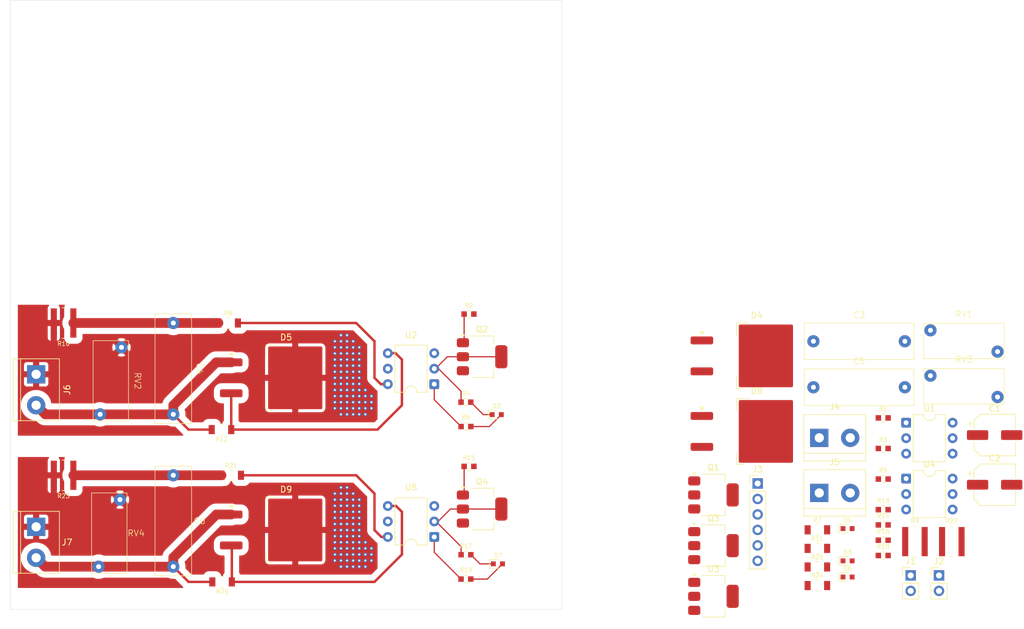
<source format=kicad_pcb>
(kicad_pcb (version 20241229) (generator "pcbnew") (generator_version "9.0")
  (layers (0 "F.Cu" signal) (2 "B.Cu" signal) (13 "F.Paste" user) (15 "B.Paste" user) (5 "F.SilkS" user "F.Silkscreen") (7 "B.SilkS" user "B.Silkscreen") (1 "F.Mask" user) (3 "B.Mask" user) (25 "Edge.Cuts" user))
  (net 0 "")
  (net 1 "GND")
  (net 2 "Net-(J1-Pin_1)")
  (net 3 "/CH1_SW2")
  (net 4 "Net-(C3-Pad1)")
  (net 5 "/CH3_SW2")
  (net 6 "+3.3V")
  (net 7 "/CH2_SW2")
  (net 8 "Net-(C5-Pad1)")
  (net 9 "Net-(C6-Pad1)")
  (net 10 "/CH4_SW2")
  (net 11 "Net-(D1-K)")
  (net 12 "Net-(D2-K)")
  (net 13 "/CH1_SW1")
  (net 14 "Net-(D4-G)")
  (net 15 "/CH3_SW1")
  (net 16 "Net-(D6-K)")
  (net 17 "Net-(D7-K)")
  (net 18 "/CH2_SW1")
  (net 19 "Net-(D8-G)")
  (net 20 "Net-(D9-G)")
  (net 21 "/CH4_SW1")
  (net 22 "/CH4_DS")
  (net 23 "/CH3_DS")
  (net 24 "/CH1_DS")
  (net 25 "/CH2_DS")
  (net 26 "Net-(Q1-C-Pad2)")
  (net 27 "Net-(Q1-B)")
  (net 28 "Net-(Q2-C-Pad2)")
  (net 29 "Net-(Q2-B)")
  (net 30 "Net-(Q3-C-Pad2)")
  (net 31 "Net-(Q3-B)")
  (net 32 "Net-(Q4-C-Pad2)")
  (net 33 "Net-(Q4-B)")
  (net 34 "Net-(R5-Pad2)")
  (net 35 "Net-(R6-Pad2)")
  (net 36 "Net-(R7-Pad2)")
  (net 37 "Net-(R8-Pad2)")
  (net 38 "Net-(R18-Pad2)")
  (net 39 "Net-(R19-Pad2)")
  (net 40 "Net-(R20-Pad2)")
  (net 41 "Net-(R21-Pad2)")
  (net 50 "Net-(C4-Pad1)")
  (net 51 "Net-(D3-K)")
  (net 52 "Net-(D5-G)")
  (footprint "Custom_footprints:TDK B32682A4223" (layer "F.Cu") (at 248.5 113.55)
    (property "Reference" "C5" (at 0 -4.3 0) (layer "F.SilkS") (effects (font (thickness 0.1))))
    (property "Value" "22n")
    (pad "1" thru_hole circle (at -7.5 0) (size 2 2) (drill 0.81) (layers "*.Cu" "*.Mask") (net 8 "Net-(C5-Pad1)"))
    (pad "2" thru_hole circle (at 7.5 0) (size 2 2) (drill 0.81) (layers "*.Cu" "*.Mask") (net 7 "/CH2_SW2"))
  )
  (footprint "Custom_footprints:Yageo RC_L 1218" (layer "F.Cu") (at 263.7 138.89)
    (property "Reference" "R22" (at 0 -3.4 0) (layer "F.SilkS") (effects (font (size 0.7 0.7) (thickness 0.1))))
    (property "Value" "50")
    (pad "1" smd rect (at -1.6 0) (size 1 4.8) (layers "F.Cu" "F.Mask" "F.Paste") (net 8 "Net-(C5-Pad1)"))
    (pad "2" smd rect (at 1.6 0) (size 1 4.8) (layers "F.Cu" "F.Mask" "F.Paste") (net 18 "/CH2_SW1"))
  )
  (footprint "Custom_footprints:Yageo RC_L 0603" (layer "F.Cu") (at 184.505 126.54)
    (property "Reference" "R15" (at 0 -1.43 0) (layer "F.SilkS") (effects (font (size 0.7 0.7) (thickness 0.1))))
    (property "Value" "270")
    (pad "1" smd rect (at -0.8 0) (size 0.9 0.9) (layers "F.Cu" "F.Mask" "F.Paste") (net 33 "Net-(Q4-B)"))
    (pad "2" smd rect (at 0.8 0) (size 0.9 0.9) (layers "F.Cu" "F.Mask" "F.Paste") (net 22 "/CH4_DS"))
  )
  (footprint "Custom_footprints:TDK B32682A4223" (layer "F.Cu") (at 136 135.5 -90)
    (property "Reference" "C6" (at 0 -4.3 0) (layer "F.SilkS") (effects (font (thickness 0.1))))
    (property "Value" "22n")
    (pad "1" thru_hole circle (at -7.5 0 270) (size 2 2) (drill 0.81) (layers "*.Cu" "*.Mask") (net 9 "Net-(C6-Pad1)"))
    (pad "2" thru_hole circle (at 7.5 0 270) (size 2 2) (drill 0.81) (layers "*.Cu" "*.Mask") (net 10 "/CH4_SW2"))
  )
  (footprint "Package_TO_SOT_SMD:SOT-223-3_TabPin2" (layer "F.Cu") (at 224.6 147.875)
    (property "Reference" "U3" (at 0 -4.5 0) (layer "F.SilkS"))
    (property "Value" "NCP1117-3.3_SOT223")
    (pad "1" smd roundrect (at -3.15 -2.3) (size 2 1.5) (layers "F.Cu" "F.Mask" "F.Paste") (net 1 "GND"))
    (pad "2" smd roundrect (at -3.15 0) (size 2 1.5) (layers "F.Cu" "F.Mask" "F.Paste") (net 6 "+3.3V"))
    (pad "2" smd roundrect (at 3.15 0) (size 2 3.8) (layers "F.Cu" "F.Mask" "F.Paste") (net 6 "+3.3V"))
    (pad "3" smd roundrect (at -3.15 2.3) (size 2 1.5) (layers "F.Cu" "F.Mask" "F.Paste") (net 2 "Net-(J1-Pin_1)"))
  )
  (footprint "Custom_footprints:Yageo RC_L 0603" (layer "F.Cu") (at 252.45 138.66)
    (property "Reference" "R16" (at 0 -1.43 0) (layer "F.SilkS") (effects (font (size 0.7 0.7) (thickness 0.1))))
    (property "Value" "180")
    (pad "1" smd rect (at -0.8 0) (size 0.9 0.9) (layers "F.Cu" "F.Mask" "F.Paste") (net 30 "Net-(Q3-C-Pad2)"))
    (pad "2" smd rect (at 0.8 0) (size 0.9 0.9) (layers "F.Cu" "F.Mask" "F.Paste") (net 16 "Net-(D6-K)"))
  )
  (footprint "Connector_PinHeader_2.54mm:PinHeader_1x02_P2.54mm_Vertical" (layer "F.Cu") (at 261.6 144.44)
    (property "Reference" "J2" (at 0 -2.33 0) (layer "F.SilkS"))
    (property "Value" "3.3V")
    (pad "1" thru_hole rect (at 0 0) (size 1.7 1.7) (drill 1) (layers "*.Cu" "*.Mask") (net 1 "GND"))
    (pad "2" thru_hole oval (at 0 2.54) (size 1.7 1.7) (drill 1) (layers "*.Cu" "*.Mask") (net 6 "+3.3V"))
  )
  (footprint "Custom_footprints:ST MIcroelectronics T16xx" (layer "F.Cu") (at 231.7 108.4)
    (property "Reference" "D4" (at 0 -6.65 0) (layer "F.SilkS"))
    (property "Value" "T1635-600G")
    (pad "1" smd roundrect (at -9 -2.54) (size 3.7 1.3) (layers "F.Cu" "F.Mask" "F.Paste") (roundrect_rratio 0.227273) (net 3 "/CH1_SW2"))
    (pad "2" smd roundrect (at 1.5 0) (size 8.9 10.3) (layers "F.Cu" "F.Mask") (roundrect_rratio 0.026596) (net 13 "/CH1_SW1"))
    (pad "3" smd roundrect (at -9 2.54) (size 3.7 1.3) (layers "F.Cu" "F.Mask" "F.Paste") (roundrect_rratio 0.227273) (net 14 "Net-(D4-G)"))
  )
  (footprint "Custom_footprints:Yageo RC_L 1206" (layer "F.Cu") (at 143.9 120.5 180)
    (property "Reference" "R12" (at 0 -1.6 0) (layer "F.SilkS") (effects (font (size 0.7 0.7) (thickness 0.1))))
    (property "Value" "390")
    (pad "1" smd rect (at -1.6 0 180) (size 1 1.5) (layers "F.Cu" "F.Mask" "F.Paste") (net 52 "Net-(D5-G)"))
    (pad "2" smd rect (at 1.6 0 180) (size 1 1.5) (layers "F.Cu" "F.Mask" "F.Paste") (net 5 "/CH3_SW2"))
  )
  (footprint "Package_TO_SOT_SMD:SOT-223" (layer "F.Cu") (at 186.655 108.54)
    (property "Reference" "Q2" (at 0 -4.5 0) (layer "F.SilkS"))
    (property "Value" "PZT3904")
    (pad "1" smd roundrect (at -3.15 -2.3) (size 2 1.5) (layers "F.Cu" "F.Mask" "F.Paste") (net 29 "Net-(Q2-B)"))
    (pad "2" smd roundrect (at -3.15 0) (size 2 1.5) (layers "F.Cu" "F.Mask" "F.Paste") (net 28 "Net-(Q2-C-Pad2)"))
    (pad "3" smd roundrect (at -3.15 2.3) (size 2 1.5) (layers "F.Cu" "F.Mask" "F.Paste") (net 1 "GND"))
    (pad "4" smd roundrect (at 3.15 0) (size 2 3.8) (layers "F.Cu" "F.Mask" "F.Paste") (net 28 "Net-(Q2-C-Pad2)"))
  )
  (footprint "Custom_footprints:ST MIcroelectronics T16xx" (layer "F.Cu") (at 154.5 112)
    (property "Reference" "D5" (at 0 -6.65 0) (layer "F.SilkS"))
    (property "Value" "T1635-600G")
    (pad "1" smd roundrect (at -9 -2.54) (size 3.7 1.3) (layers "F.Cu" "F.Mask" "F.Paste") (roundrect_rratio 0.227273) (net 5 "/CH3_SW2"))
    (pad "2" smd roundrect (at 1.5 0) (size 8.9 10.3) (layers "F.Cu" "F.Mask") (roundrect_rratio 0.026596) (net 15 "/CH3_SW1"))
    (pad "3" smd roundrect (at -9 2.54) (size 3.7 1.3) (layers "F.Cu" "F.Mask" "F.Paste") (roundrect_rratio 0.227273) (net 52 "Net-(D5-G)"))
  )
  (footprint "Custom_footprints:Lite On LTST-C190" (layer "F.Cu") (at 246.6 136.75)
    (property "Reference" "D1" (at 0 -1.4 0) (layer "F.SilkS") (effects (font (size 0.7 0.7) (thickness 0.1))))
    (property "Value" "LED")
    (pad "1" smd rect (at -0.75 0) (size 0.8 0.8) (layers "F.Cu" "F.Mask" "F.Paste") (net 11 "Net-(D1-K)"))
    (pad "2" smd rect (at 0.75 0) (size 0.8 0.8) (layers "F.Cu" "F.Mask" "F.Paste") (net 6 "+3.3V"))
  )
  (footprint "Custom_footprints:Little Fuse V20H175" (layer "F.Cu") (at 265.7 105.95)
    (property "Reference" "RV1" (at 0 -4.4 0) (layer "F.SilkS") (effects (font (thickness 0.1))))
    (property "Value" "V20H175AUTO")
    (pad "1" thru_hole circle (at -5.5 -1.75) (size 2 2) (drill 0.81) (layers "*.Cu" "*.Mask") (net 13 "/CH1_SW1"))
    (pad "2" thru_hole circle (at 5.5 1.75) (size 2 2) (drill 0.81) (layers "*.Cu" "*.Mask") (net 3 "/CH1_SW2"))
  )
  (footprint "Custom_footprints:Lite On LTST-C190" (layer "F.Cu") (at 246.6 142.05)
    (property "Reference" "D3" (at 0 -1.4 0) (layer "F.SilkS") (effects (font (size 0.7 0.7) (thickness 0.1))))
    (property "Value" "LED")
    (pad "1" smd rect (at -0.75 0) (size 0.8 0.8) (layers "F.Cu" "F.Mask" "F.Paste") (net 51 "Net-(D3-K)"))
    (pad "2" smd rect (at 0.75 0) (size 0.8 0.8) (layers "F.Cu" "F.Mask" "F.Paste") (net 6 "+3.3V"))
  )
  (footprint "Package_DIP:DIP-6_W7.62mm" (layer "F.Cu") (at 256.21 119.37)
    (property "Reference" "U1" (at 3.81 -2.33 0) (layer "F.SilkS"))
    (property "Value" "MOC3062M")
    (pad "1" thru_hole roundrect (at 0 0) (size 1.6 1.6) (drill 0.8) (layers "*.Cu" "*.Mask") (roundrect_rratio 0.15625) (net 34 "Net-(R5-Pad2)"))
    (pad "2" thru_hole circle (at 0 2.54) (size 1.6 1.6) (drill 0.8) (layers "*.Cu" "*.Mask") (net 26 "Net-(Q1-C-Pad2)"))
    (pad "3" thru_hole circle (at 0 5.08) (size 1.6 1.6) (drill 0.8) (layers "*.Cu" "*.Mask"))
    (pad "4" thru_hole circle (at 7.62 5.08) (size 1.6 1.6) (drill 0.8) (layers "*.Cu" "*.Mask") (net 14 "Net-(D4-G)"))
    (pad "5" thru_hole circle (at 7.62 2.54) (size 1.6 1.6) (drill 0.8) (layers "*.Cu" "*.Mask"))
    (pad "6" thru_hole circle (at 7.62 0) (size 1.6 1.6) (drill 0.8) (layers "*.Cu" "*.Mask") (net 36 "Net-(R7-Pad2)"))
  )
  (footprint "Custom_footprints:TDK B32682A4223" (layer "F.Cu") (at 136 110.5 -90)
    (property "Reference" "C4" (at 0 -4.3 270) (layer "F.SilkS") (effects (font (thickness 0.1))))
    (property "Value" "22n")
    (pad "1" thru_hole circle (at -7.5 0 270) (size 2 2) (drill 0.81) (layers "*.Cu" "*.Mask") (net 50 "Net-(C4-Pad1)"))
    (pad "2" thru_hole circle (at 7.5 0 270) (size 2 2) (drill 0.81) (layers "*.Cu" "*.Mask") (net 5 "/CH3_SW2"))
  )
  (footprint "Custom_footprints:Yageo RC_L 1218" (layer "F.Cu") (at 118 128 180)
    (property "Reference" "R23" (at 0 -3.4 0) (layer "F.SilkS") (effects (font (size 0.7 0.7) (thickness 0.1))))
    (property "Value" "50")
    (pad "1" smd rect (at -1.6 0 180) (size 1 4.8) (layers "F.Cu" "F.Mask" "F.Paste") (net 9 "Net-(C6-Pad1)"))
    (pad "2" smd rect (at 1.6 0 180) (size 1 4.8) (layers "F.Cu" "F.Mask" "F.Paste") (net 21 "/CH4_SW1"))
  )
  (footprint "Custom_footprints:Yageo RC_L 1218" (layer "F.Cu") (at 118 103 180)
    (property "Reference" "R10" (at 0 -3.4 0) (layer "F.SilkS") (effects (font (size 0.7 0.7) (thickness 0.1))))
    (property "Value" "50")
    (pad "1" smd rect (at -1.6 0 180) (size 1 4.8) (layers "F.Cu" "F.Mask" "F.Paste") (net 50 "Net-(C4-Pad1)"))
    (pad "2" smd rect (at 1.6 0 180) (size 1 4.8) (layers "F.Cu" "F.Mask" "F.Paste") (net 15 "/CH3_SW1"))
  )
  (footprint "Custom_footprints:Yageo RC_L 0603" (layer "F.Cu") (at 252.45 128.62)
    (property "Reference" "R5" (at 0 -1.43 0) (layer "F.SilkS") (effects (font (size 0.7 0.7) (thickness 0.1))))
    (property "Value" "180")
    (pad "1" smd rect (at -0.8 0) (size 0.9 0.9) (layers "F.Cu" "F.Mask" "F.Paste") (net 6 "+3.3V"))
    (pad "2" smd rect (at 0.8 0) (size 0.9 0.9) (layers "F.Cu" "F.Mask" "F.Paste") (net 34 "Net-(R5-Pad2)"))
  )
  (footprint "Custom_footprints:Yageo RC_L 0603" (layer "F.Cu") (at 252.45 133.64)
    (property "Reference" "R13" (at 0 -1.43 0) (layer "F.SilkS") (effects (font (size 0.7 0.7) (thickness 0.1))))
    (property "Value" "180")
    (pad "1" smd rect (at -0.8 0) (size 0.9 0.9) (layers "F.Cu" "F.Mask" "F.Paste") (net 1 "GND"))
    (pad "2" smd rect (at 0.8 0) (size 0.9 0.9) (layers "F.Cu" "F.Mask" "F.Paste") (net 51 "Net-(D3-K)"))
  )
  (footprint "Connector_PinHeader_2.54mm:PinHeader_1x02_P2.54mm_Vertical" (layer "F.Cu") (at 256.95 144.44)
    (property "Reference" "J1" (at 0 -2.33 0) (layer "F.SilkS"))
    (property "Value" "Vin")
    (pad "1" thru_hole rect (at 0 0) (size 1.7 1.7) (drill 1) (layers "*.Cu" "*.Mask") (net 2 "Net-(J1-Pin_1)"))
    (pad "2" thru_hole oval (at 0 2.54) (size 1.7 1.7) (drill 1) (layers "*.Cu" "*.Mask") (net 1 "GND"))
  )
  (footprint "Custom_footprints:Yageo RC_L 0603" (layer "F.Cu") (at 184 145.04 180)
    (property "Reference" "R19" (at 0 1.5 0) (layer "F.SilkS") (effects (font (size 0.7 0.7) (thickness 0.1))))
    (property "Value" "180")
    (pad "1" smd rect (at -0.8 0 180) (size 0.9 0.9) (layers "F.Cu" "F.Mask" "F.Paste") (net 6 "+3.3V"))
    (pad "2" smd rect (at 0.8 0 180) (size 0.9 0.9) (layers "F.Cu" "F.Mask" "F.Paste") (net 39 "Net-(R19-Pad2)"))
  )
  (footprint "Custom_footprints:Lite On LTST-C190" (layer "F.Cu") (at 189.25 142.54)
    (property "Reference" "D7" (at 0 -1.4 0) (layer "F.SilkS") (effects (font (size 0.7 0.7) (thickness 0.1))))
    (property "Value" "LED")
    (pad "1" smd rect (at -0.75 0) (size 0.8 0.8) (layers "F.Cu" "F.Mask" "F.Paste") (net 17 "Net-(D7-K)"))
    (pad "2" smd rect (at 0.75 0) (size 0.8 0.8) (layers "F.Cu" "F.Mask" "F.Paste") (net 6 "+3.3V"))
  )
  (footprint "Custom_footprints:Yageo RC_L 1218" (layer "F.Cu") (at 257.65 138.89)
    (property "Reference" "R9" (at 0 -3.4 0) (layer "F.SilkS") (effects (font (size 0.7 0.7) (thickness 0.1))))
    (property "Value" "50")
    (pad "1" smd rect (at -1.6 0) (size 1 4.8) (layers "F.Cu" "F.Mask" "F.Paste") (net 4 "Net-(C3-Pad1)"))
    (pad "2" smd rect (at 1.6 0) (size 1 4.8) (layers "F.Cu" "F.Mask" "F.Paste") (net 13 "/CH1_SW1"))
  )
  (footprint "Connector_PinHeader_2.54mm:PinHeader_1x06_P2.54mm_Vertical" (layer "F.Cu") (at 231.85 129.35)
    (property "Reference" "J3" (at 0 -2.33 0) (layer "F.SilkS"))
    (property "Value" "Conn_01x06_Pin")
    (pad "1" thru_hole rect (at 0 0) (size 1.7 1.7) (drill 1) (layers "*.Cu" "*.Mask") (net 1 "GND"))
    (pad "2" thru_hole oval (at 0 2.54) (size 1.7 1.7) (drill 1) (layers "*.Cu" "*.Mask") (net 22 "/CH4_DS"))
    (pad "3" thru_hole oval (at 0 5.08) (size 1.7 1.7) (drill 1) (layers "*.Cu" "*.Mask") (net 23 "/CH3_DS"))
    (pad "4" thru_hole oval (at 0 7.62) (size 1.7 1.7) (drill 1) (layers "*.Cu" "*.Mask") (net 25 "/CH2_DS"))
    (pad "5" thru_hole oval (at 0 10.16) (size 1.7 1.7) (drill 1) (layers "*.Cu" "*.Mask") (net 24 "/CH1_DS"))
    (pad "6" thru_hole oval (at 0 12.7) (size 1.7 1.7) (drill 1) (layers "*.Cu" "*.Mask") (net 1 "GND"))
  )
  (footprint "Custom_footprints:TDK B32682A4223" (layer "F.Cu") (at 248.5 106)
    (property "Reference" "C3" (at 0 -4.3 0) (layer "F.SilkS") (effects (font (thickness 0.1))))
    (property "Value" "22n")
    (pad "1" thru_hole circle (at -7.5 0) (size 2 2) (drill 0.81) (layers "*.Cu" "*.Mask") (net 4 "Net-(C3-Pad1)"))
    (pad "2" thru_hole circle (at 7.5 0) (size 2 2) (drill 0.81) (layers "*.Cu" "*.Mask") (net 3 "/CH1_SW2"))
  )
  (footprint "Custom_footprints:Yageo RC_L 0603" (layer "F.Cu") (at 184 116)
    (property "Reference" "R4" (at 0 -1.43 0) (layer "F.SilkS") (effects (font (size 0.7 0.7) (thickness 0.1))))
    (property "Value" "180")
    (pad "1" smd rect (at -0.8 0) (size 0.9 0.9) (layers "F.Cu" "F.Mask" "F.Paste") (net 28 "Net-(Q2-C-Pad2)"))
    (pad "2" smd rect (at 0.8 0) (size 0.9 0.9) (layers "F.Cu" "F.Mask" "F.Paste") (net 12 "Net-(D2-K)"))
  )
  (footprint "Custom_footprints:Yageo RC_L 0603" (layer "F.Cu") (at 252.45 141.17)
    (property "Reference" "R18" (at 0 -1.43 0) (layer "F.SilkS") (effects (font (size 0.7 0.7) (thickness 0.1))))
    (property "Value" "180")
    (pad "1" smd rect (at -0.8 0) (size 0.9 0.9) (layers "F.Cu" "F.Mask" "F.Paste") (net 6 "+3.3V"))
    (pad "2" smd rect (at 0.8 0) (size 0.9 0.9) (layers "F.Cu" "F.Mask" "F.Paste") (net 38 "Net-(R18-Pad2)"))
  )
  (footprint "Custom_footprints:Little Fuse V20H175" (layer "F.Cu") (at 265.7 113.4)
    (property "Reference" "RV3" (at 0 -4.4 0) (layer "F.SilkS") (effects (font (thickness 0.1))))
    (property "Value" "V20H175AUTO")
    (pad "1" thru_hole circle (at -5.5 -1.75) (size 2 2) (drill 0.81) (layers "*.Cu" "*.Mask") (net 18 "/CH2_SW1"))
    (pad "2" thru_hole circle (at 5.5 1.75) (size 2 2) (drill 0.81) (layers "*.Cu" "*.Mask") (net 7 "/CH2_SW2"))
  )
  (footprint "TerminalBlock:TerminalBlock_bornier-2_P5.08mm" (layer "F.Cu") (at 241.96 130.9)
    (property "Reference" "J5" (at 2.54 -5.08 0) (layer "F.SilkS"))
    (property "Value" "CH2_SW")
    (pad "1" thru_hole rect (at 0 0) (size 3 3) (drill 1.52) (layers "*.Cu" "*.Mask") (net 18 "/CH2_SW1"))
    (pad "2" thru_hole circle (at 5.08 0) (size 3 3) (drill 1.52) (layers "*.Cu" "*.Mask") (net 7 "/CH2_SW2"))
  )
  (footprint "Custom_footprints:Yageo RC_L 0603" (layer "F.Cu") (at 252.45 123.6)
    (property "Reference" "R3" (at 0 -1.43 0) (layer "F.SilkS") (effects (font (size 0.7 0.7) (thickness 0.1))))
    (property "Value" "180")
    (pad "1" smd rect (at -0.8 0) (size 0.9 0.9) (layers "F.Cu" "F.Mask" "F.Paste") (net 26 "Net-(Q1-C-Pad2)"))
    (pad "2" smd rect (at 0.8 0) (size 0.9 0.9) (layers "F.Cu" "F.Mask" "F.Paste") (net 11 "Net-(D1-K)"))
  )
  (footprint "Custom_footprints:Yageo RC_L 1206" (layer "F.Cu") (at 144 145.5 180)
    (property "Reference" "R25" (at 0 -1.6 0) (layer "F.SilkS") (effects (font (size 0.7 0.7) (thickness 0.1))))
    (property "Value" "390")
    (pad "1" smd rect (at -1.6 0 180) (size 1 1.5) (layers "F.Cu" "F.Mask" "F.Paste") (net 20 "Net-(D9-G)"))
    (pad "2" smd rect (at 1.6 0 180) (size 1 1.5) (layers "F.Cu" "F.Mask" "F.Paste") (net 10 "/CH4_SW2"))
  )
  (footprint "Custom_footprints:Yageo RC_L 0603" (layer "F.Cu") (at 252.45 136.15)
    (property "Reference" "R14" (at 0 -1.43 0) (layer "F.SilkS") (effects (font (size 0.7 0.7) (thickness 0.1))))
    (property "Value" "270")
    (pad "1" smd rect (at -0.8 0) (size 0.9 0.9) (layers "F.Cu" "F.Mask" "F.Paste") (net 31 "Net-(Q3-B)"))
    (pad "2" smd rect (at 0.8 0) (size 0.9 0.9) (layers "F.Cu" "F.Mask" "F.Paste") (net 25 "/CH2_DS"))
  )
  (footprint "Package_TO_SOT_SMD:SOT-223" (layer "F.Cu") (at 186.655 133.54)
    (property "Reference" "Q4" (at 0 -4.5 0) (layer "F.SilkS"))
    (property "Value" "PZT3904")
    (pad "1" smd roundrect (at -3.15 -2.3) (size 2 1.5) (layers "F.Cu" "F.Mask" "F.Paste") (net 33 "Net-(Q4-B)"))
    (pad "2" smd roundrect (at -3.15 0) (size 2 1.5) (layers "F.Cu" "F.Mask" "F.Paste") (net 32 "Net-(Q4-C-Pad2)"))
    (pad "3" smd roundrect (at -3.15 2.3) (size 2 1.5) (layers "F.Cu" "F.Mask" "F.Paste") (net 1 "GND"))
    (pad "4" smd roundrect (at 3.15 0) (size 2 3.8) (layers "F.Cu" "F.Mask" "F.Paste") (net 32 "Net-(Q4-C-Pad2)"))
  )
  (footprint "TerminalBlock:TerminalBlock_bornier-2_P5.08mm" (layer "F.Cu") (at 113.5 111.42 -90)
    (property "Reference" "J6" (at 2.54 -5.08 90) (layer "F.SilkS"))
    (property "Value" "CH3_SW")
    (pad "1" thru_hole rect (at 0 0 270) (size 3 3) (drill 1.52) (layers "*.Cu" "*.Mask") (net 15 "/CH3_SW1"))
    (pad "2" thru_hole circle (at 5.08 0 270) (size 3 3) (drill 1.52) (layers "*.Cu" "*.Mask") (net 5 "/CH3_SW2"))
  )
  (footprint "Custom_footprints:Yageo RC_L 1206" (layer "F.Cu") (at 241.65 136.95)
    (property "Reference" "R7" (at 0 -1.6 0) (layer "F.SilkS") (effects (font (size 0.7 0.7) (thickness 0.1))))
    (property "Value" "150")
    (pad "1" smd rect (at -1.6 0) (size 1 1.5) (layers "F.Cu" "F.Mask" "F.Paste") (net 4 "Net-(C3-Pad1)"))
    (pad "2" smd rect (at 1.6 0) (size 1 1.5) (layers "F.Cu" "F.Mask" "F.Paste") (net 36 "Net-(R7-Pad2)"))
  )
  (footprint "Capacitor_SMD:CP_Elec_6.3x4.9" (layer "F.Cu") (at 270.73 129.55)
    (property "Reference" "C2" (at 0 -4.35 0) (layer "F.SilkS"))
    (property "Value" "10u")
    (pad "1" smd roundrect (at -2.8 0) (size 3.5 1.6) (layers "F.Cu" "F.Mask" "F.Paste") (roundrect_rratio 0.15625) (net 6 "+3.3V"))
    (pad "2" smd roundrect (at 2.8 0) (size 3.5 1.6) (layers "F.Cu" "F.Mask" "F.Paste") (roundrect_rratio 0.15625) (net 1 "GND"))
  )
  (footprint "Package_DIP:DIP-6_W7.62mm" (layer "F.Cu") (at 178.805 138.12 180)
    (property "Reference" "U5" (at 3.805 8.12 0) (layer "F.SilkS"))
    (property "Value" "MOC3052M")
    (pad "1" thru_hole roundrect (at 0 0 180) (size 1.6 1.6) (drill 0.8) (layers "*.Cu" "*.Mask") (roundrect_rratio 0.15625) (net 39 "Net-(R19-Pad2)"))
    (pad "2" thru_hole circle (at 0 2.54 180) (size 1.6 1.6) (drill 0.8) (layers "*.Cu" "*.Mask") (net 32 "Net-(Q4-C-Pad2)"))
    (pad "3" thru_hole circle (at 0 5.08 180) (size 1.6 1.6) (drill 0.8) (layers "*.Cu" "*.Mask"))
    (pad "4" thru_hole circle (at 7.62 5.08 180) (size 1.6 1.6) (drill 0.8) (layers "*.Cu" "*.Mask") (net 20 "Net-(D9-G)"))
    (pad "5" thru_hole circle (at 7.62 2.54 180) (size 1.6 1.6) (drill 0.8) (layers "*.Cu" "*.Mask"))
    (pad "6" thru_hole circle (at 7.62 0 180) (size 1.6 1.6) (drill 0.8) (layers "*.Cu" "*.Mask") (net 41 "Net-(R21-Pad2)"))
  )
  (footprint "Custom_footprints:Yageo RC_L 0603" (layer "F.Cu") (at 252.45 118.58)
    (property "Reference" "R1" (at 0 -1.43 0) (layer "F.SilkS") (effects (font (size 0.7 0.7) (thickness 0.1))))
    (property "Value" "270")
    (pad "1" smd rect (at -0.8 0) (size 0.9 0.9) (layers "F.Cu" "F.Mask" "F.Paste") (net 27 "Net-(Q1-B)"))
    (pad "2" smd rect (at 0.8 0) (size 0.9 0.9) (layers "F.Cu" "F.Mask" "F.Paste") (net 24 "/CH1_DS"))
  )
  (footprint "TerminalBlock:TerminalBlock_bornier-2_P5.08mm" (layer "F.Cu") (at 113.5 136.46 -90)
    (property "Reference" "J7" (at 2.54 -5.08 180) (layer "F.SilkS"))
    (property "Value" "CH4_SW")
    (pad "1" thru_hole rect (at 0 0 270) (size 3 3) (drill 1.52) (layers "*.Cu" "*.Mask") (net 21 "/CH4_SW1"))
    (pad "2" thru_hole circle (at 5.08 0 270) (size 3 3) (drill 1.52) (layers "*.Cu" "*.Mask") (net 10 "/CH4_SW2"))
  )
  (footprint "Custom_footprints:Lite On LTST-C190" (layer "F.Cu") (at 246.6 144.7)
    (property "Reference" "D6" (at 0 -1.4 0) (layer "F.SilkS") (effects (font (size 0.7 0.7) (thickness 0.1))))
    (property "Value" "LED")
    (pad "1" smd rect (at -0.75 0) (size 0.8 0.8) (layers "F.Cu" "F.Mask" "F.Paste") (net 16 "Net-(D6-K)"))
    (pad "2" smd rect (at 0.75 0) (size 0.8 0.8) (layers "F.Cu" "F.Mask" "F.Paste") (net 6 "+3.3V"))
  )
  (footprint "Custom_footprints:Little Fuse V20H175" (layer "F.Cu") (at 125.5 137.5 -90)
    (property "Reference" "RV4" (at 0 -4.4 0) (layer "F.SilkS") (effects (font (thickness 0.1))))
    (property "Value" "V20H175AUTO")
    (pad "1" thru_hole circle (at -5.5 -1.75 270) (size 2 2) (drill 0.81) (layers "*.Cu" "*.Mask") (net 21 "/CH4_SW1"))
    (pad "2" thru_hole circle (at 5.5 1.75 270) (size 2 2) (drill 0.81) (layers "*.Cu" "*.Mask") (net 10 "/CH4_SW2"))
  )
  (footprint "Custom_footprints:ST MIcroelectronics T16xx" (layer "F.Cu") (at 231.7 120.8)
    (property "Reference" "D8" (at 0 -6.65 0) (layer "F.SilkS"))
    (property "Value" "T1635-600G")
    (pad "1" smd roundrect (at -9 -2.54) (size 3.7 1.3) (layers "F.Cu" "F.Mask" "F.Paste") (roundrect_rratio 0.227273) (net 7 "/CH2_SW2"))
    (pad "2" smd roundrect (at 1.5 0) (size 8.9 10.3) (layers "F.Cu" "F.Mask") (roundrect_rratio 0.026596) (net 18 "/CH2_SW1"))
    (pad "3" smd roundrect (at -9 2.54) (size 3.7 1.3) (layers "F.Cu" "F.Mask" "F.Paste") (roundrect_rratio 0.227273) (net 19 "Net-(D8-G)"))
  )
  (footprint "Custom_footprints:Yageo RC_L 1206" (layer "F.Cu") (at 241.65 140)
    (property "Reference" "R11" (at 0 -1.6 0) (layer "F.SilkS") (effects (font (size 0.7 0.7) (thickness 0.1))))
    (property "Value" "390")
    (pad "1" smd rect (at -1.6 0) (size 1 1.5) (layers "F.Cu" "F.Mask" "F.Paste") (net 14 "Net-(D4-G)"))
    (pad "2" smd rect (at 1.6 0) (size 1 1.5) (layers "F.Cu" "F.Mask" "F.Paste") (net 3 "/CH1_SW2"))
  )
  (footprint "Custom_footprints:Yageo RC_L 0603" (layer "F.Cu") (at 184.005 141.04)
    (property "Reference" "R17" (at 0 -1.43 0) (layer "F.SilkS") (effects (font (size 0.7 0.7) (thickness 0.1))))
    (property "Value" "180")
    (pad "1" smd rect (at -0.8 0) (size 0.9 0.9) (layers "F.Cu" "F.Mask" "F.Paste") (net 32 "Net-(Q4-C-Pad2)"))
    (pad "2" smd rect (at 0.8 0) (size 0.9 0.9) (layers "F.Cu" "F.Mask" "F.Paste") (net 17 "Net-(D7-K)"))
  )
  (footprint "Custom_footprints:ST MIcroelectronics T16xx" (layer "F.Cu") (at 154.5 136.975)
    (property "Reference" "D9" (at 0 -6.65 0) (layer "F.SilkS"))
    (property "Value" "T1635-600G")
    (pad "1" smd roundrect (at -9 -2.54) (size 3.7 1.3) (layers "F.Cu" "F.Mask" "F.Paste") (roundrect_rratio 0.227273) (net 10 "/CH4_SW2"))
    (pad "2" smd roundrect (at 1.5 0) (size 8.9 10.3) (layers "F.Cu" "F.Mask") (roundrect_rratio 0.026596) (net 21 "/CH4_SW1"))
    (pad "3" smd roundrect (at -9 2.54) (size 3.7 1.3) (layers "F.Cu" "F.Mask" "F.Paste") (roundrect_rratio 0.227273) (net 20 "Net-(D9-G)"))
  )
  (footprint "Custom_footprints:Yageo RC_L 0603" (layer "F.Cu") (at 184.005 120 180)
    (property "Reference" "R6" (at 0 1.54 0) (layer "F.SilkS") (effects (font (size 0.7 0.7) (thickness 0.1))))
    (property "Value" "180")
    (pad "1" smd rect (at -0.8 0 180) (size 0.9 0.9) (layers "F.Cu" "F.Mask" "F.Paste") (net 6 "+3.3V"))
    (pad "2" smd rect (at 0.8 0 180) (size 0.9 0.9) (layers "F.Cu" "F.Mask" "F.Paste") (net 35 "Net-(R6-Pad2)"))
  )
  (footprint "Capacitor_SMD:CP_Elec_6.3x4.9" (layer "F.Cu") (at 270.73 121.4)
    (property "Reference" "C1" (at 0 -4.35 0) (layer "F.SilkS"))
    (property "Value" "10u")
    (pad "1" smd roundrect (at -2.8 0) (size 3.5 1.6) (layers "F.Cu" "F.Mask" "F.Paste") (roundrect_rratio 0.15625) (net 2 "Net-(J1-Pin_1)"))
    (pad "2" smd roundrect (at 2.8 0) (size 3.5 1.6) (layers "F.Cu" "F.Mask" "F.Paste") (roundrect_rratio 0.15625) (net 1 "GND"))
  )
  (footprint "Custom_footprints:Little Fuse V20H175" (layer "F.Cu") (at 125.75 112.5 -90)
    (property "Reference" "RV2" (at 0 -4.4 270) (layer "F.SilkS") (effects (font (thickness 0.1))))
    (property "Value" "V20H175AUTO")
    (pad "1" thru_hole circle (at -5.5 -1.75 270) (size 2 2) (drill 0.81) (layers "*.Cu" "*.Mask") (net 15 "/CH3_SW1"))
    (pad "2" thru_hole circle (at 5.5 1.75 270) (size 2 2) (drill 0.81) (layers "*.Cu" "*.Mask") (net 5 "/CH3_SW2"))
  )
  (footprint "Custom_footprints:Yageo RC_L 1206" (layer "F.Cu") (at 145 103)
    (property "Reference" "R8" (at 0 -1.6 0) (layer "F.SilkS") (effects (font (size 0.7 0.7) (thickness 0.1))))
    (property "Value" "150")
    (pad "1" smd rect (at -1.6 0) (size 1 1.5) (layers "F.Cu" "F.Mask" "F.Paste") (net 50 "Net-(C4-Pad1)"))
    (pad "2" smd rect (at 1.6 0) (size 1 1.5) (layers "F.Cu" "F.Mask" "F.Paste") (net 37 "Net-(R8-Pad2)"))
  )
  (footprint "TerminalBlock:TerminalBlock_bornier-2_P5.08mm" (layer "F.Cu") (at 241.96 121.85)
    (property "Reference" "J4" (at 2.54 -5.08 0) (layer "F.SilkS"))
    (property "Value" "CH1_SW")
    (pad "1" thru_hole rect (at 0 0) (size 3 3) (drill 1.52) (layers "*.Cu" "*.Mask") (net 13 "/CH1_SW1"))
    (pad "2" thru_hole circle (at 5.08 0) (size 3 3) (drill 1.52) (layers "*.Cu" "*.Mask") (net 3 "/CH1_SW2"))
  )
  (footprint "Custom_footprints:Yageo RC_L 1206" (layer "F.Cu") (at 241.65 143.05)
    (property "Reference" "R20" (at 0 -1.6 0) (layer "F.SilkS") (effects (font (size 0.7 0.7) (thickness 0.1))))
    (property "Value" "150")
    (pad "1" smd rect (at -1.6 0) (size 1 1.5) (layers "F.Cu" "F.Mask" "F.Paste") (net 8 "Net-(C5-Pad1)"))
    (pad "2" smd rect (at 1.6 0) (size 1 1.5) (layers "F.Cu" "F.Mask" "F.Paste") (net 40 "Net-(R20-Pad2)"))
  )
  (footprint "Custom_footprints:Yageo RC_L 1206" (layer "F.Cu") (at 145.5 128)
    (property "Reference" "R21" (at 0 -1.6 0) (layer "F.SilkS") (effects (font (size 0.7 0.7) (thickness 0.1))))
    (property "Value" "150")
    (pad "1" smd rect (at -1.6 0) (size 1 1.5) (layers "F.Cu" "F.Mask" "F.Paste") (net 9 "Net-(C6-Pad1)"))
    (pad "2" smd rect (at 1.6 0) (size 1 1.5) (layers "F.Cu" "F.Mask" "F.Paste") (net 41 "Net-(R21-Pad2)"))
  )
  (footprint "Custom_footprints:Yageo RC_L 0603" (layer "F.Cu") (at 184.505 101.54)
    (property "Reference" "R2" (at 0 -1.43 0) (layer "F.SilkS") (effects (font (size 0.7 0.7) (thickness 0.1))))
    (property "Value" "270")
    (pad "1" smd rect (at -0.8 0) (size 0.9 0.9) (layers "F.Cu" "F.Mask" "F.Paste") (net 29 "Net-(Q2-B)"))
    (pad "2" smd rect (at 0.8 0) (size 0.9 0.9) (layers "F.Cu" "F.Mask" "F.Paste") (net 23 "/CH3_DS"))
  )
  (footprint "Custom_footprints:Lite On LTST-C190" (layer "F.Cu") (at 189.055 118.04)
    (property "Reference" "D2" (at 0 -1.4 0) (layer "F.SilkS") (effects (font (size 0.7 0.7) (thickness 0.1))))
    (property "Value" "LED")
    (pad "1" smd rect (at -0.75 0) (size 0.8 0.8) (layers "F.Cu" "F.Mask" "F.Paste") (net 12 "Net-(D2-K)"))
    (pad "2" smd rect (at 0.75 0) (size 0.8 0.8) (layers "F.Cu" "F.Mask" "F.Paste") (net 6 "+3.3V"))
  )
  (footprint "Package_TO_SOT_SMD:SOT-223" (layer "F.Cu") (at 224.6 139.55)
    (property "Reference" "Q3" (at 0 -4.5 0) (layer "F.SilkS"))
    (property "Value" "PZT3904")
    (pad "1" smd roundrect (at -3.15 -2.3) (size 2 1.5) (layers "F.Cu" "F.Mask" "F.Paste") (net 31 "Net-(Q3-B)"))
    (pad "2" smd roundrect (at -3.15 0) (size 2 1.5) (layers "F.Cu" "F.Mask" "F.Paste") (net 30 "Net-(Q3-C-Pad2)"))
    (pad "3" smd roundrect (at -3.15 2.3) (size 2 1.5) (layers "F.Cu" "F.Mask" "F.Paste") (net 1 "GND"))
    (pad "4" smd roundrect (at 3.15 0) (size 2 3.8) (layers "F.Cu" "F.Mask" "F.Paste") (net 30 "Net-(Q3-C-Pad2)"))
  )
  (footprint "Package_TO_SOT_SMD:SOT-223" (layer "F.Cu") (at 224.6 131.225)
    (property "Reference" "Q1" (at 0 -4.5 0) (layer "F.SilkS"))
    (property "Value" "PZT3904")
    (pad "1" smd roundrect (at -3.15 -2.3) (size 2 1.5) (layers "F.Cu" "F.Mask" "F.Paste") (net 27 "Net-(Q1-B)"))
    (pad "2" smd roundrect (at -3.15 0) (size 2 1.5) (layers "F.Cu" "F.Mask" "F.Paste") (net 26 "Net-(Q1-C-Pad2)"))
    (pad "3" smd roundrect (at -3.15 2.3) (size 2 1.5) (layers "F.Cu" "F.Mask" "F.Paste") (net 1 "GND"))
    (pad "4" smd roundrect (at 3.15 0) (size 2 3.8) (layers "F.Cu" "F.Mask" "F.Paste") (net 26 "Net-(Q1-C-Pad2)"))
  )
  (footprint "Custom_footprints:Yageo RC_L 1206" (layer "F.Cu") (at 241.65 146.1)
    (property "Reference" "R24" (at 0 -1.6 0) (layer "F.SilkS") (effects (font (size 0.7 0.7) (thickness 0.1))))
    (property "Value" "390")
    (pad "1" smd rect (at -1.6 0) (size 1 1.5) (layers "F.Cu" "F.Mask" "F.Paste") (net 19 "Net-(D8-G)"))
    (pad "2" smd rect (at 1.6 0) (size 1 1.5) (layers "F.Cu" "F.Mask" "F.Paste") (net 7 "/CH2_SW2"))
  )
  (footprint "Package_DIP:DIP-6_W7.62mm" (layer "F.Cu") (at 256.21 128.54)
    (property "Reference" "U4" (at 3.81 -2.33 0) (layer "F.SilkS"))
    (property "Value" "MOC3052M")
    (pad "1" thru_hole roundrect (at 0 0) (size 1.6 1.6) (drill 0.8) (layers "*.Cu" "*.Mask") (roundrect_rratio 0.15625) (net 38 "Net-(R18-Pad2)"))
    (pad "2" thru_hole circle (at 0 2.54) (size 1.6 1.6) (drill 0.8) (layers "*.Cu" "*.Mask") (net 30 "Net-(Q3-C-Pad2)"))
    (pad "3" thru_hole circle (at 0 5.08) (size 1.6 1.6) (drill 0.8) (layers "*.Cu" "*.Mask"))
    (pad "4" thru_hole circle (at 7.62 5.08) (size 1.6 1.6) (drill 0.8) (layers "*.Cu" "*.Mask") (net 19 "Net-(D8-G)"))
    (pad "5" thru_hole circle (at 7.62 2.54) (size 1.6 1.6) (drill 0.8) (layers "*.Cu" "*.Mask"))
    (pad "6" thru_hole circle (at 7.62 0) (size 1.6 1.6) (drill 0.8) (layers "*.Cu" "*.Mask") (net 40 "Net-(R20-Pad2)"))
  )
  (footprint "Package_DIP:DIP-6_W7.62mm" (layer "F.Cu") (at 178.805 113.04 180)
    (property "Reference" "U2" (at 3.805 8.04 0) (layer "F.SilkS"))
    (property "Value" "MOC3062M")
    (pad "1" thru_hole roundrect (at 0 0 180) (size 1.6 1.6) (drill 0.8) (layers "*.Cu" "*.Mask") (roundrect_rratio 0.15625) (net 35 "Net-(R6-Pad2)"))
    (pad "2" thru_hole circle (at 0 2.54 180) (size 1.6 1.6) (drill 0.8) (layers "*.Cu" "*.Mask") (net 28 "Net-(Q2-C-Pad2)"))
    (pad "3" thru_hole circle (at 0 5.08 180) (size 1.6 1.6) (drill 0.8) (layers "*.Cu" "*.Mask"))
    (pad "4" thru_hole circle (at 7.62 5.08 180) (size 1.6 1.6) (drill 0.8) (layers "*.Cu" "*.Mask") (net 52 "Net-(D5-G)"))
    (pad "5" thru_hole circle (at 7.62 2.54 180) (size 1.6 1.6) (drill 0.8) (layers "*.Cu" "*.Mask"))
    (pad "6" thru_hole circle (at 7.62 0 180) (size 1.6 1.6) (drill 0.8) (layers "*.Cu" "*.Mask") (net 37 "Net-(R8-Pad2)"))
  )
  (gr_rect (start 109.25 50) (end 199.75 150) (stroke (width 0.05)) (fill no) (layer "Edge.Cuts"))
  (segment (start 136 118) (end 138.5 120.5) (width 0.4) (layer "F.Cu") (net 5))
  (segment (start 138.5 120.5) (end 142.3 120.5) (width 0.4) (layer "F.Cu") (net 5))
  (segment (start 136 118) (end 136 116.5) (width 1.6) (layer "F.Cu") (net 5))
  (segment (start 115 118) (end 124 118) (width 1.6) (layer "F.Cu") (net 5))
  (segment (start 124 118) (end 136 118) (width 1.6) (layer "F.Cu") (net 5))
  (segment (start 143.04 109.46) (end 145.5 109.46) (width 1.6) (layer "F.Cu") (net 5))
  (segment (start 136 116.5) (end 143.04 109.46) (width 1.6) (layer "F.Cu") (net 5))
  (segment (start 113.5 116.5) (end 115 118) (width 1.6) (layer "F.Cu") (net 5))
  (segment (start 187.5 145.04) (end 190 142.54) (width 0.2) (layer "F.Cu") (net 6))
  (segment (start 184.8 145.04) (end 187.5 145.04) (width 0.2) (layer "F.Cu") (net 6))
  (segment (start 187.845 120) (end 189.805 118.04) (width 0.2) (layer "F.Cu") (net 6))
  (segment (start 184.805 120) (end 187.845 120) (width 0.2) (layer "F.Cu") (net 6))
  (segment (start 136 128) (end 143.9 128) (width 1.6) (layer "F.Cu") (net 9))
  (segment (start 119.6 128) (end 136 128) (width 1.6) (layer "F.Cu") (net 9))
  (segment (start 143.065 134.435) (end 145.5 134.435) (width 1.6) (layer "F.Cu") (net 10))
  (segment (start 136 143) (end 138.5 145.5) (width 0.4) (layer "F.Cu") (net 10))
  (segment (start 123.75 143) (end 136 143) (width 1.6) (layer "F.Cu") (net 10))
  (segment (start 113.5 141.54) (end 114.96 143) (width 1.6) (layer "F.Cu") (net 10))
  (segment (start 114.96 143) (end 123.75 143) (width 1.6) (layer "F.Cu") (net 10))
  (segment (start 136 141.5) (end 143.065 134.435) (width 1.6) (layer "F.Cu") (net 10))
  (segment (start 138.5 145.5) (end 142.4 145.5) (width 0.4) (layer "F.Cu") (net 10))
  (segment (start 136 143) (end 136 141.5) (width 1.6) (layer "F.Cu") (net 10))
  (segment (start 186.84 118.04) (end 184.8 116) (width 0.2) (layer "F.Cu") (net 12))
  (segment (start 188.305 118.04) (end 186.84 118.04) (width 0.2) (layer "F.Cu") (net 12))
  (via (at 162.5 112) (size 0.6) (drill 0.3) (layers "F.Cu" "B.Cu") (net 15))
  (via (at 166.5 116) (size 0.6) (drill 0.3) (layers "F.Cu" "B.Cu") (net 15))
  (via (at 164.5 105) (size 0.6) (drill 0.3) (layers "F.Cu" "B.Cu") (net 15))
  (via (at 162.5 107) (size 0.6) (drill 0.3) (layers "F.Cu" "B.Cu") (net 15))
  (via (at 168.5 117) (size 0.6) (drill 0.3) (layers "F.Cu" "B.Cu") (net 15))
  (via (at 163.5 108) (size 0.6) (drill 0.3) (layers "F.Cu" "B.Cu") (net 15))
  (via (at 168.5 115) (size 0.6) (drill 0.3) (layers "F.Cu" "B.Cu") (net 15))
  (via (at 163.5 111) (size 0.6) (drill 0.3) (layers "F.Cu" "B.Cu") (net 15))
  (via (at 162.5 113) (size 0.6) (drill 0.3) (layers "F.Cu" "B.Cu") (net 15))
  (via (at 164.5 117) (size 0.6) (drill 0.3) (layers "F.Cu" "B.Cu") (net 15))
  (via (at 165.5 113) (size 0.6) (drill 0.3) (layers "F.Cu" "B.Cu") (net 15))
  (via (at 163.5 118) (size 0.6) (drill 0.3) (layers "F.Cu" "B.Cu") (net 15))
  (via (at 163.5 112) (size 0.6) (drill 0.3) (layers "F.Cu" "B.Cu") (net 15))
  (via (at 164.5 106) (size 0.6) (drill 0.3) (layers "F.Cu" "B.Cu") (net 15))
  (via (at 163.5 114) (size 0.6) (drill 0.3) (layers "F.Cu" "B.Cu") (net 15))
  (via (at 164.5 116) (size 0.6) (drill 0.3) (layers "F.Cu" "B.Cu") (net 15))
  (via (at 163.5 107) (size 0.6) (drill 0.3) (layers "F.Cu" "B.Cu") (net 15))
  (via (at 167.5 115) (size 0.6) (drill 0.3) (layers "F.Cu" "B.Cu") (net 15))
  (via (at 166.5 118) (size 0.6) (drill 0.3) (layers "F.Cu" "B.Cu") (net 15))
  (via (at 162.5 111) (size 0.6) (drill 0.3) (layers "F.Cu" "B.Cu") (net 15))
  (via (at 165.5 115) (size 0.6) (drill 0.3) (layers "F.Cu" "B.Cu") (net 15))
  (via (at 164.5 107) (size 0.6) (drill 0.3) (layers "F.Cu" "B.Cu") (net 15))
  (via (at 168.5 116) (size 0.6) (drill 0.3) (layers "F.Cu" "B.Cu") (net 15))
  (via (at 163.5 115) (size 0.6) (drill 0.3) (layers "F.Cu" "B.Cu") (net 15))
  (via (at 162.5 109) (size 0.6) (drill 0.3) (layers "F.Cu" "B.Cu") (net 15))
  (via (at 165.5 110) (size 0.6) (drill 0.3) (layers "F.Cu" "B.Cu") (net 15))
  (via (at 162.5 114) (size 0.6) (drill 0.3) (layers "F.Cu" "B.Cu") (net 15))
  (via (at 167.5 117) (size 0.6) (drill 0.3) (layers "F.Cu" "B.Cu") (net 15))
  (via (at 166.5 117) (size 0.6) (drill 0.3) (layers "F.Cu" "B.Cu") (net 15))
  (via (at 164.5 112) (size 0.6) (drill 0.3) (layers "F.Cu" "B.Cu") (net 15))
  (via (at 164.5 118) (size 0.6) (drill 0.3) (layers "F.Cu" "B.Cu") (net 15))
  (via (at 166.5 109) (size 0.6) (drill 0.3) (layers "F.Cu" "B.Cu") (net 15))
  (via (at 164.5 115) (size 0.6) (drill 0.3) (layers "F.Cu" "B.Cu") (net 15))
  (via (at 162.5 106) (size 0.6) (drill 0.3) (layers "F.Cu" "B.Cu") (net 15))
  (via (at 163.5 113) (size 0.6) (drill 0.3) (layers "F.Cu" "B.Cu") (net 15))
  (via (at 163.5 106) (size 0.6) (drill 0.3) (layers "F.Cu" "B.Cu") (net 15))
  (via (at 165.5 112) (size 0.6) (drill 0.3) (layers "F.Cu" "B.Cu") (net 15))
  (via (at 163.5 110) (size 0.6) (drill 0.3) (layers "F.Cu" "B.Cu") (net 15))
  (via (at 165.5 108) (size 0.6) (drill 0.3) (layers "F.Cu" "B.Cu") (net 15))
  (via (at 166.5 115) (size 0.6) (drill 0.3) (layers "F.Cu" "B.Cu") (net 15))
  (via (at 165.5 111) (size 0.6) (drill 0.3) (layers "F.Cu" "B.Cu") (net 15))
  (via (at 166.5 110) (size 0.6) (drill 0.3) (layers "F.Cu" "B.Cu") (net 15))
  (via (at 162.5 116) (size 0.6) (drill 0.3) (layers "F.Cu" "B.Cu") (net 15))
  (via (at 166.5 107) (size 0.6) (drill 0.3) (layers "F.Cu" "B.Cu") (net 15))
  (via (at 162.5 108) (size 0.6) (drill 0.3) (layers "F.Cu" "B.Cu") (net 15))
  (via (at 163.5 109) (size 0.6) (drill 0.3) (layers "F.Cu" "B.Cu") (net 15))
  (via (at 167.5 116) (size 0.6) (drill 0.3) (layers "F.Cu" "B.Cu") (net 15))
  (via (at 162.5 115) (size 0.6) (drill 0.3) (layers "F.Cu" "B.Cu") (net 15))
  (via (at 164.5 111) (size 0.6) (drill 0.3) (layers "F.Cu" "B.Cu") (net 15))
  (via (at 166.5 112) (size 0.6) (drill 0.3) (layers "F.Cu" "B.Cu") (net 15))
  (via (at 167.5 114) (size 0.6) (drill 0.3) (layers "F.Cu" "B.Cu") (net 15))
  (via (at 167.5 118) (size 0.6) (drill 0.3) (layers "F.Cu" "B.Cu") (net 15))
  (via (at 164.5 114) (size 0.6) (drill 0.3) (layers "F.Cu" "B.Cu") (net 15))
  (via (at 163.5 116) (size 0.6) (drill 0.3) (layers "F.Cu" "B.Cu") (net 15))
  (via (at 166.5 114) (size 0.6) (drill 0.3) (layers "F.Cu" "B.Cu") (net 15))
  (via (at 165.5 117) (size 0.6) (drill 0.3) (layers "F.Cu" "B.Cu") (net 15))
  (via (at 164.5 109) (size 0.6) (drill 0.3) (layers "F.Cu" "B.Cu") (net 15))
  (via (at 163.5 105) (size 0.6) (drill 0.3) (layers "F.Cu" "B.Cu") (net 15))
  (via (at 162.5 110) (size 0.6) (drill 0.3) (layers "F.Cu" "B.Cu") (net 15))
  (via (at 164.5 108) (size 0.6) (drill 0.3) (layers "F.Cu" "B.Cu") (net 15))
  (via (at 166.5 113) (size 0.6) (drill 0.3) (layers "F.Cu" "B.Cu") (net 15))
  (via (at 165.5 106) (size 0.6) (drill 0.3) (layers "F.Cu" "B.Cu") (net 15))
  (via (at 164.5 110) (size 0.6) (drill 0.3) (layers "F.Cu" "B.Cu") (net 15))
  (via (at 165.5 118) (size 0.6) (drill 0.3) (layers "F.Cu" "B.Cu") (net 15))
  (via (at 165.5 116) (size 0.6) (drill 0.3) (layers "F.Cu" "B.Cu") (net 15))
  (via (at 162.5 117) (size 0.6) (drill 0.3) (layers "F.Cu" "B.Cu") (net 15))
  (via (at 165.5 109) (size 0.6) (drill 0.3) (layers "F.Cu" "B.Cu") (net 15))
  (via (at 166.5 108) (size 0.6) (drill 0.3) (layers "F.Cu" "B.Cu") (net 15))
  (via (at 163.5 117) (size 0.6) (drill 0.3) (layers "F.Cu" "B.Cu") (net 15))
  (via (at 166.5 111) (size 0.6) (drill 0.3) (layers "F.Cu" "B.Cu") (net 15))
  (via (at 164.5 113) (size 0.6) (drill 0.3) (layers "F.Cu" "B.Cu") (net 15))
  (via (at 165.5 114) (size 0.6) (drill 0.3) (layers "F.Cu" "B.Cu") (net 15))
  (via (at 165.5 107) (size 0.6) (drill 0.3) (layers "F.Cu" "B.Cu") (net 15))
  (segment (start 184.805 141.04) (end 186.305 142.54) (width 0.2) (layer "F.Cu") (net 17))
  (segment (start 186.305 142.54) (end 188.5 142.54) (width 0.2) (layer "F.Cu") (net 17))
  (segment (start 173.5 141) (end 173.5 134) (width 0.4) (layer "F.Cu") (net 20))
  (segment (start 169 145.5) (end 173.5 141) (width 0.4) (layer "F.Cu") (net 20))
  (segment (start 173.5 134) (end 172.54 133.04) (width 0.4) (layer "F.Cu") (net 20))
  (segment (start 145.6 139.615) (end 145.5 139.515) (width 0.2) (layer "F.Cu") (net 20))
  (segment (start 145.6 145.5) (end 169 145.5) (width 0.4) (layer "F.Cu") (net 20))
  (segment (start 145.6 145.5) (end 145.6 139.615) (width 0.4) (layer "F.Cu") (net 20))
  (segment (start 172.54 133.04) (end 171.185 133.04) (width 0.4) (layer "F.Cu") (net 20))
  (via (at 162.5 138) (size 0.6) (drill 0.3) (layers "F.Cu" "B.Cu") (net 21))
  (via (at 165.5 137) (size 0.6) (drill 0.3) (layers "F.Cu" "B.Cu") (net 21))
  (via (at 162.5 140) (size 0.6) (drill 0.3) (layers "F.Cu" "B.Cu") (net 21))
  (via (at 162.5 133) (size 0.6) (drill 0.3) (layers "F.Cu" "B.Cu") (net 21))
  (via (at 167.5 140) (size 0.6) (drill 0.3) (layers "F.Cu" "B.Cu") (net 21))
  (via (at 165.5 143) (size 0.6) (drill 0.3) (layers "F.Cu" "B.Cu") (net 21))
  (via (at 163.5 139) (size 0.6) (drill 0.3) (layers "F.Cu" "B.Cu") (net 21))
  (via (at 164.5 133) (size 0.6) (drill 0.3) (layers "F.Cu" "B.Cu") (net 21))
  (via (at 166.5 141) (size 0.6) (drill 0.3) (layers "F.Cu" "B.Cu") (net 21))
  (via (at 163.5 141) (size 0.6) (drill 0.3) (layers "F.Cu" "B.Cu") (net 21))
  (via (at 167.5 139) (size 0.6) (drill 0.3) (layers "F.Cu" "B.Cu") (net 21))
  (via (at 162.5 134) (size 0.6) (drill 0.3) (layers "F.Cu" "B.Cu") (net 21))
  (via (at 166.5 132) (size 0.6) (drill 0.3) (layers "F.Cu" "B.Cu") (net 21))
  (via (at 163.5 136) (size 0.6) (drill 0.3) (layers "F.Cu" "B.Cu") (net 21))
  (via (at 166.5 142) (size 0.6) (drill 0.3) (layers "F.Cu" "B.Cu") (net 21))
  (via (at 166.5 138) (size 0.6) (drill 0.3) (layers "F.Cu" "B.Cu") (net 21))
  (via (at 164.5 131) (size 0.6) (drill 0.3) (layers "F.Cu" "B.Cu") (net 21))
  (via (at 166.5 134) (size 0.6) (drill 0.3) (layers "F.Cu" "B.Cu") (net 21))
  (via (at 165.5 139) (size 0.6) (drill 0.3) (layers "F.Cu" "B.Cu") (net 21))
  (via (at 165.5 134) (size 0.6) (drill 0.3) (layers "F.Cu" "B.Cu") (net 21))
  (via (at 163.5 143) (size 0.6) (drill 0.3) (layers "F.Cu" "B.Cu") (net 21))
  (via (at 164.5 139) (size 0.6) (drill 0.3) (layers "F.Cu" "B.Cu") (net 21))
  (via (at 165.5 131) (size 0.6) (drill 0.3) (layers "F.Cu" "B.Cu") (net 21))
  (via (at 164.5 136) (size 0.6) (drill 0.3) (layers "F.Cu" "B.Cu") (net 21))
  (via (at 165.5 142) (size 0.6) (drill 0.3) (layers "F.Cu" "B.Cu") (net 21))
  (via (at 164.5 138) (size 0.6) (drill 0.3) (layers "F.Cu" "B.Cu") (net 21))
  (via (at 162.5 132) (size 0.6) (drill 0.3) (layers "F.Cu" "B.Cu") (net 21))
  (via (at 164.5 132) (size 0.6) (drill 0.3) (layers "F.Cu" "B.Cu") (net 21))
  (via (at 162.5 137) (size 0.6) (drill 0.3) (layers "F.Cu" "B.Cu") (net 21))
  (via (at 163.5 130) (size 0.6) (drill 0.3) (layers "F.Cu" "B.Cu") (net 21))
  (via (at 162.5 139) (size 0.6) (drill 0.3) (layers "F.Cu" "B.Cu") (net 21))
  (via (at 164.5 141) (size 0.6) (drill 0.3) (layers "F.Cu" "B.Cu") (net 21))
  (via (at 163.5 138) (size 0.6) (drill 0.3) (layers "F.Cu" "B.Cu") (net 21))
  (via (at 164.5 130) (size 0.6) (drill 0.3) (layers "F.Cu" "B.Cu") (net 21))
  (via (at 163.5 140) (size 0.6) (drill 0.3) (layers "F.Cu" "B.Cu") (net 21))
  (via (at 163.5 142) (size 0.6) (drill 0.3) (layers "F.Cu" "B.Cu") (net 21))
  (via (at 167.5 143) (size 0.6) (drill 0.3) (layers "F.Cu" "B.Cu") (net 21))
  (via (at 168.5 140) (size 0.6) (drill 0.3) (layers "F.Cu" "B.Cu") (net 21))
  (via (at 162.5 142) (size 0.6) (drill 0.3) (layers "F.Cu" "B.Cu") (net 21))
  (via (at 162.5 141) (size 0.6) (drill 0.3) (layers "F.Cu" "B.Cu") (net 21))
  (via (at 163.5 133) (size 0.6) (drill 0.3) (layers "F.Cu" "B.Cu") (net 21))
  (via (at 163.5 137) (size 0.6) (drill 0.3) (layers "F.Cu" "B.Cu") (net 21))
  (via (at 166.5 133) (size 0.6) (drill 0.3) (layers "F.Cu" "B.Cu") (net 21))
  (via (at 165.5 140) (size 0.6) (drill 0.3) (layers "F.Cu" "B.Cu") (net 21))
  (via (at 165.5 136) (size 0.6) (drill 0.3) (layers "F.Cu" "B.Cu") (net 21))
  (via (at 165.5 133) (size 0.6) (drill 0.3) (layers "F.Cu" "B.Cu") (net 21))
  (via (at 166.5 137) (size 0.6) (drill 0.3) (layers "F.Cu" "B.Cu") (net 21))
  (via (at 164.5 140) (size 0.6) (drill 0.3) (layers "F.Cu" "B.Cu") (net 21))
  (via (at 167.5 141) (size 0.6) (drill 0.3) (layers "F.Cu" "B.Cu") (net 21))
  (via (at 165.5 132) (size 0.6) (drill 0.3) (layers "F.Cu" "B.Cu") (net 21))
  (via (at 166.5 140) (size 0.6) (drill 0.3) (layers "F.Cu" "B.Cu") (net 21))
  (via (at 164.5 134) (size 0.6) (drill 0.3) (layers "F.Cu" "B.Cu") (net 21))
  (via (at 168.5 142) (size 0.6) (drill 0.3) (layers "F.Cu" "B.Cu") (net 21))
  (via (at 166.5 143) (size 0.6) (drill 0.3) (layers "F.Cu" "B.Cu") (net 21))
  (via (at 165.5 141) (size 0.6) (drill 0.3) (layers "F.Cu" "B.Cu") (net 21))
  (via (at 168.5 141) (size 0.6) (drill 0.3) (layers "F.Cu" "B.Cu") (net 21))
  (via (at 164.5 137) (size 0.6) (drill 0.3) (layers "F.Cu" "B.Cu") (net 21))
  (via (at 166.5 139) (size 0.6) (drill 0.3) (layers "F.Cu" "B.Cu") (net 21))
  (via (at 167.5 142) (size 0.6) (drill 0.3) (layers "F.Cu" "B.Cu") (net 21))
  (via (at 164.5 142) (size 0.6) (drill 0.3) (layers "F.Cu" "B.Cu") (net 21))
  (via (at 162.5 136) (size 0.6) (drill 0.3) (layers "F.Cu" "B.Cu") (net 21))
  (via (at 164.5 143) (size 0.6) (drill 0.3) (layers "F.Cu" "B.Cu") (net 21))
  (via (at 163.5 132) (size 0.6) (drill 0.3) (layers "F.Cu" "B.Cu") (net 21))
  (via (at 165.5 135) (size 0.6) (drill 0.3) (layers "F.Cu" "B.Cu") (net 21))
  (via (at 163.5 134) (size 0.6) (drill 0.3) (layers "F.Cu" "B.Cu") (net 21))
  (via (at 166.5 136) (size 0.6) (drill 0.3) (layers "F.Cu" "B.Cu") (net 21))
  (via (at 165.5 138) (size 0.6) (drill 0.3) (layers "F.Cu" "B.Cu") (net 21))
  (via (at 163.5 135) (size 0.6) (drill 0.3) (layers "F.Cu" "B.Cu") (net 21))
  (via (at 162.5 135) (size 0.6) (drill 0.3) (layers "F.Cu" "B.Cu") (net 21))
  (via (at 164.5 135) (size 0.6) (drill 0.3) (layers "F.Cu" "B.Cu") (net 21))
  (via (at 162.5 131) (size 0.6) (drill 0.3) (layers "F.Cu" "B.Cu") (net 21))
  (via (at 166.5 135) (size 0.6) (drill 0.3) (layers "F.Cu" "B.Cu") (net 21))
  (via (at 163.5 131) (size 0.6) (drill 0.3) (layers "F.Cu" "B.Cu") (net 21))
  (segment (start 178.805 110.5) (end 179 110.5) (width 0.2) (layer "F.Cu") (net 28))
  (segment (start 178.805 110.5) (end 179.5 110.5) (width 0.2) (layer "F.Cu") (net 28))
  (segment (start 180.96 108.54) (end 183.505 108.54) (width 0.2) (layer "F.Cu") (net 28))
  (segment (start 183.505 108.54) (end 189.805 108.54) (width 0.2) (layer "F.Cu") (net 28))
  (segment (start 179.5 110.5) (end 183.2 114.2) (width 0.2) (layer "F.Cu") (net 28))
  (segment (start 183.2 114.2) (end 183.2 116) (width 0.2) (layer "F.Cu") (net 28))
  (segment (start 179 110.5) (end 180.96 108.54) (width 0.2) (layer "F.Cu") (net 28))
  (segment (start 183.705 106.04) (end 183.505 106.24) (width 0.2) (layer "F.Cu") (net 29))
  (segment (start 183.705 101.54) (end 183.705 106.04) (width 0.2) (layer "F.Cu") (net 29))
  (segment (start 183.505 133.54) (end 189.805 133.54) (width 0.2) (layer "F.Cu") (net 32))
  (segment (start 183.205 139.705) (end 183.205 141.04) (width 0.2) (layer "F.Cu") (net 32))
  (segment (start 178.805 135.58) (end 179.08 135.58) (width 0.2) (layer "F.Cu") (net 32))
  (segment (start 179.42 135.58) (end 181.46 133.54) (width 0.2) (layer "F.Cu") (net 32))
  (segment (start 181.46 133.54) (end 183.505 133.54) (width 0.2) (layer "F.Cu") (net 32))
  (segment (start 178.805 135.58) (end 179.42 135.58) (width 0.2) (layer "F.Cu") (net 32))
  (segment (start 179.08 135.58) (end 183.205 139.705) (width 0.2) (layer "F.Cu") (net 32))
  (segment (start 183.705 126.54) (end 183.705 131.04) (width 0.2) (layer "F.Cu") (net 33))
  (segment (start 183.705 131.04) (end 183.505 131.24) (width 0.2) (layer "F.Cu") (net 33))
  (segment (start 178.805 113.04) (end 178.805 115.6) (width 0.2) (layer "F.Cu") (net 35))
  (segment (start 178.805 115.6) (end 183.205 120) (width 0.2) (layer "F.Cu") (net 35))
  (segment (start 170.04 113.04) (end 171.185 113.04) (width 0.4) (layer "F.Cu") (net 37))
  (segment (start 169 112) (end 170.04 113.04) (width 0.4) (layer "F.Cu") (net 37))
  (segment (start 166 103) (end 169 106) (width 0.4) (layer "F.Cu") (net 37))
  (segment (start 146.6 103) (end 166 103) (width 0.4) (layer "F.Cu") (net 37))
  (segment (start 169 106) (end 169 112) (width 0.4) (layer "F.Cu") (net 37))
  (segment (start 178.805 140.645) (end 183.2 145.04) (width 0.2) (layer "F.Cu") (net 39))
  (segment (start 178.805 138.12) (end 178.805 140.645) (width 0.2) (layer "F.Cu") (net 39))
  (segment (start 147.1 128) (end 166 128) (width 0.4) (layer "F.Cu") (net 41))
  (segment (start 166 128) (end 169 131) (width 0.4) (layer "F.Cu") (net 41))
  (segment (start 169 137) (end 170.12 138.12) (width 0.4) (layer "F.Cu") (net 41))
  (segment (start 170.12 138.12) (end 171.185 138.12) (width 0.4) (layer "F.Cu") (net 41))
  (segment (start 169 131) (end 169 137) (width 0.4) (layer "F.Cu") (net 41))
  (segment (start 119.6 103) (end 136 103) (width 1.6) (layer "F.Cu") (net 50))
  (segment (start 136 103) (end 143.4 103) (width 1.6) (layer "F.Cu") (net 50))
  (segment (start 173.5 116.5) (end 173.5 109) (width 0.4) (layer "F.Cu") (net 52))
  (segment (start 145.5 120.5) (end 169.5 120.5) (width 0.4) (layer "F.Cu") (net 52))
  (segment (start 172.46 107.96) (end 171.185 107.96) (width 0.4) (layer "F.Cu") (net 52))
  (segment (start 145.5 114.54) (end 145.5 120.5) (width 0.4) (layer "F.Cu") (net 52))
  (segment (start 173.5 109) (end 172.46 107.96) (width 0.4) (layer "F.Cu") (net 52))
  (segment (start 169.5 120.5) (end 173.5 116.5) (width 0.4) (layer "F.Cu") (net 52))
  (zone (net 21) (net_name "/CH4_SW1") (layer "F.Cu") (connect_pads (clearance 1)) (min_thickness 0.25) (fill yes (thermal_gap 0.5) (thermal_bridge_width 1))
    (polygon (pts (xy 110.5 125) (xy 169.5 125) (xy 169.5 146.5) (xy 110.5 146.5)))
  )
  (zone (net 15) (net_name "/CH3_SW1") (layer "F.Cu") (connect_pads (clearance 1)) (min_thickness 0.25) (fill yes (thermal_gap 0.5) (thermal_bridge_width 1))
    (polygon (pts (xy 110.5 100) (xy 169.5 100) (xy 169.5 121.5) (xy 110.5 121.5)))
  )
)
</source>
